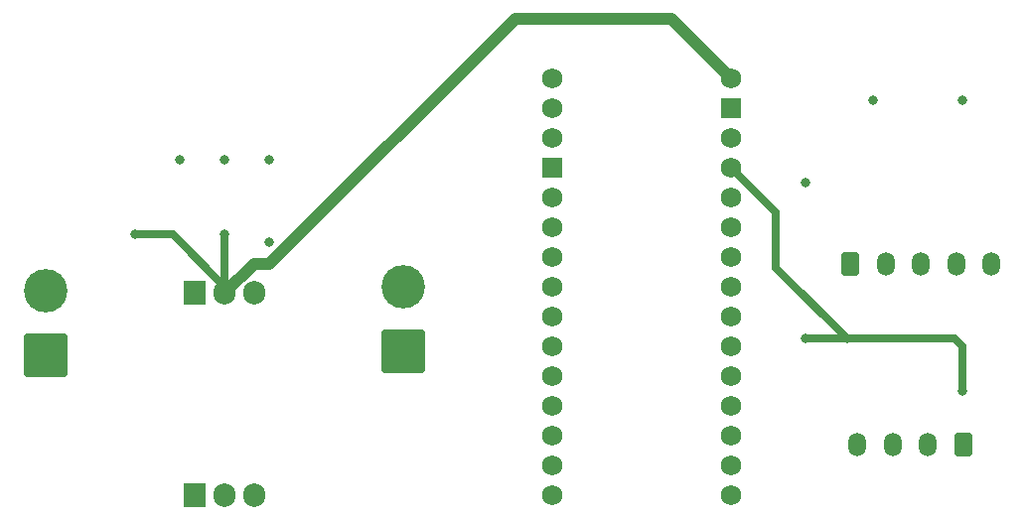
<source format=gbr>
%TF.GenerationSoftware,KiCad,Pcbnew,7.0.10*%
%TF.CreationDate,2024-02-15T22:12:48-05:00*%
%TF.ProjectId,heaterboard-2,68656174-6572-4626-9f61-72642d322e6b,2*%
%TF.SameCoordinates,Original*%
%TF.FileFunction,Copper,L4,Bot*%
%TF.FilePolarity,Positive*%
%FSLAX46Y46*%
G04 Gerber Fmt 4.6, Leading zero omitted, Abs format (unit mm)*
G04 Created by KiCad (PCBNEW 7.0.10) date 2024-02-15 22:12:48*
%MOMM*%
%LPD*%
G01*
G04 APERTURE LIST*
G04 Aperture macros list*
%AMRoundRect*
0 Rectangle with rounded corners*
0 $1 Rounding radius*
0 $2 $3 $4 $5 $6 $7 $8 $9 X,Y pos of 4 corners*
0 Add a 4 corners polygon primitive as box body*
4,1,4,$2,$3,$4,$5,$6,$7,$8,$9,$2,$3,0*
0 Add four circle primitives for the rounded corners*
1,1,$1+$1,$2,$3*
1,1,$1+$1,$4,$5*
1,1,$1+$1,$6,$7*
1,1,$1+$1,$8,$9*
0 Add four rect primitives between the rounded corners*
20,1,$1+$1,$2,$3,$4,$5,0*
20,1,$1+$1,$4,$5,$6,$7,0*
20,1,$1+$1,$6,$7,$8,$9,0*
20,1,$1+$1,$8,$9,$2,$3,0*%
G04 Aperture macros list end*
%TA.AperFunction,ComponentPad*%
%ADD10R,1.905000X2.000000*%
%TD*%
%TA.AperFunction,ComponentPad*%
%ADD11O,1.905000X2.000000*%
%TD*%
%TA.AperFunction,ComponentPad*%
%ADD12RoundRect,0.250002X1.599998X1.599998X-1.599998X1.599998X-1.599998X-1.599998X1.599998X-1.599998X0*%
%TD*%
%TA.AperFunction,ComponentPad*%
%ADD13C,3.700000*%
%TD*%
%TA.AperFunction,ComponentPad*%
%ADD14C,1.727200*%
%TD*%
%TA.AperFunction,ComponentPad*%
%ADD15R,1.727200X1.727200*%
%TD*%
%TA.AperFunction,ComponentPad*%
%ADD16RoundRect,0.250001X-0.499999X-0.759999X0.499999X-0.759999X0.499999X0.759999X-0.499999X0.759999X0*%
%TD*%
%TA.AperFunction,ComponentPad*%
%ADD17O,1.500000X2.020000*%
%TD*%
%TA.AperFunction,ComponentPad*%
%ADD18RoundRect,0.250001X0.499999X0.759999X-0.499999X0.759999X-0.499999X-0.759999X0.499999X-0.759999X0*%
%TD*%
%TA.AperFunction,ViaPad*%
%ADD19C,0.800000*%
%TD*%
%TA.AperFunction,Conductor*%
%ADD20C,0.635000*%
%TD*%
%TA.AperFunction,Conductor*%
%ADD21C,1.016000*%
%TD*%
G04 APERTURE END LIST*
D10*
%TO.P,Q1,1,G*%
%TO.N,/D9*%
X99060000Y-99060000D03*
D11*
%TO.P,Q1,2,D*%
%TO.N,Net-(J2-Pin_1)*%
X101600000Y-99060000D03*
%TO.P,Q1,3,S*%
%TO.N,GND*%
X104140000Y-99060000D03*
%TD*%
D12*
%TO.P,J1,1,Pin_1*%
%TO.N,GND*%
X86360000Y-87165000D03*
D13*
%TO.P,J1,2,Pin_2*%
%TO.N,+12V*%
X86360000Y-81665000D03*
%TD*%
D10*
%TO.P,U1,1,ADJ*%
%TO.N,Net-(U1-ADJ)*%
X99060000Y-81845000D03*
D11*
%TO.P,U1,2,VO*%
%TO.N,+9V*%
X101600000Y-81845000D03*
%TO.P,U1,3,VI*%
%TO.N,+12V*%
X104140000Y-81845000D03*
%TD*%
D14*
%TO.P,A1,3V3,3.3V*%
%TO.N,+3V3*%
X144780000Y-96520000D03*
%TO.P,A1,5V,5V*%
%TO.N,+5V*%
X144780000Y-71120000D03*
%TO.P,A1,A0,A0*%
%TO.N,/A0*%
X144780000Y-91440000D03*
%TO.P,A1,A1,A1*%
%TO.N,/A1*%
X144780000Y-88900000D03*
%TO.P,A1,A2,A2*%
%TO.N,/A2*%
X144780000Y-86360000D03*
%TO.P,A1,A3,A3*%
%TO.N,/A3*%
X144780000Y-83820000D03*
%TO.P,A1,A4,A4/SDA*%
%TO.N,/A4*%
X144780000Y-81280000D03*
%TO.P,A1,A5,A5/SCL*%
%TO.N,/A5*%
X144780000Y-78740000D03*
%TO.P,A1,A6,A6*%
%TO.N,/A6*%
X144780000Y-76200000D03*
%TO.P,A1,A7,A7*%
%TO.N,/A7*%
X144780000Y-73660000D03*
%TO.P,A1,AREF,AREF*%
%TO.N,/AREF*%
X144780000Y-93980000D03*
%TO.P,A1,D0,D0/RX*%
%TO.N,/D0*%
X129540000Y-66040000D03*
%TO.P,A1,D1,D1/TX*%
%TO.N,/D1*%
X129540000Y-63500000D03*
%TO.P,A1,D2,D2_INT0*%
%TO.N,/D2*%
X129540000Y-73660000D03*
%TO.P,A1,D3,D3_INT1*%
%TO.N,/D3*%
X129540000Y-76200000D03*
%TO.P,A1,D4,D4*%
%TO.N,/D4*%
X129540000Y-78740000D03*
%TO.P,A1,D5,D5*%
%TO.N,/D5*%
X129540000Y-81280000D03*
%TO.P,A1,D6,D6*%
%TO.N,/D6*%
X129540000Y-83820000D03*
%TO.P,A1,D7,D7*%
%TO.N,/D7*%
X129540000Y-86360000D03*
%TO.P,A1,D8,D8*%
%TO.N,/D8*%
X129540000Y-88900000D03*
%TO.P,A1,D9,D9*%
%TO.N,/D9*%
X129540000Y-91440000D03*
%TO.P,A1,D10,D10*%
%TO.N,/D10*%
X129540000Y-93980000D03*
%TO.P,A1,D11,D11_MOSI*%
%TO.N,/D11*%
X129540000Y-96520000D03*
%TO.P,A1,D12,D12_MISO*%
%TO.N,/D12*%
X129540000Y-99060000D03*
%TO.P,A1,D13,D13_SCK*%
%TO.N,/D13*%
X144780000Y-99060000D03*
D15*
%TO.P,A1,GND1,GND*%
%TO.N,GND*%
X129540000Y-71120000D03*
%TO.P,A1,GND2,GND*%
X144780000Y-66040000D03*
D14*
%TO.P,A1,RST1,RESET*%
%TO.N,unconnected-(A1-RESET-PadRST1)*%
X129540000Y-68580000D03*
%TO.P,A1,RST2,RESET*%
%TO.N,unconnected-(A1-RESET-PadRST2)*%
X144780000Y-68580000D03*
%TO.P,A1,VIN,VIN*%
%TO.N,+9V*%
X144780000Y-63500000D03*
%TD*%
D16*
%TO.P,J4,1,Pin_1*%
%TO.N,unconnected-(J4-Pin_1-Pad1)*%
X154940000Y-79375000D03*
D17*
%TO.P,J4,2,Pin_2*%
%TO.N,+12V*%
X157940000Y-79375000D03*
%TO.P,J4,3,Pin_3*%
%TO.N,Net-(J4-Pin_3)*%
X160940000Y-79375000D03*
%TO.P,J4,4,Pin_4*%
%TO.N,+12V*%
X163940000Y-79375000D03*
%TO.P,J4,5,Pin_5*%
%TO.N,GND*%
X166940000Y-79375000D03*
%TD*%
D12*
%TO.P,J2,1,Pin_1*%
%TO.N,Net-(J2-Pin_1)*%
X116840000Y-86780000D03*
D13*
%TO.P,J2,2,Pin_2*%
%TO.N,+12V*%
X116840000Y-81280000D03*
%TD*%
D18*
%TO.P,J3,1,Pin_1*%
%TO.N,+5V*%
X164520000Y-94740000D03*
D17*
%TO.P,J3,2,Pin_2*%
%TO.N,GND*%
X161520000Y-94740000D03*
%TO.P,J3,3,Pin_3*%
%TO.N,/A5*%
X158520000Y-94740000D03*
%TO.P,J3,4,Pin_4*%
%TO.N,/A4*%
X155520000Y-94740000D03*
%TD*%
D19*
%TO.N,GND*%
X164465000Y-65405000D03*
X105410000Y-70485000D03*
X101600000Y-70485000D03*
X156845000Y-65405000D03*
X97790000Y-70485000D03*
%TO.N,+9V*%
X93980000Y-76835000D03*
X101600000Y-76835000D03*
%TO.N,+12V*%
X105410000Y-77470000D03*
X151130000Y-72390000D03*
%TO.N,+5V*%
X164465000Y-90170000D03*
X154658322Y-85725000D03*
X154658322Y-85725000D03*
X151130000Y-85725000D03*
%TD*%
D20*
%TO.N,+9V*%
X97145500Y-76835000D02*
X93980000Y-76835000D01*
X101600000Y-76835000D02*
X101600000Y-81845000D01*
D21*
X105410000Y-79375000D02*
X104070000Y-79375000D01*
X144780000Y-63500000D02*
X139700000Y-58420000D01*
X126365000Y-58420000D02*
X105410000Y-79375000D01*
X139700000Y-58420000D02*
X126365000Y-58420000D01*
D20*
X101600000Y-81845000D02*
X101600000Y-81289500D01*
X101600000Y-81289500D02*
X97145500Y-76835000D01*
D21*
X104070000Y-79375000D02*
X101600000Y-81845000D01*
D20*
%TO.N,+5V*%
X151130000Y-85725000D02*
X154658322Y-85725000D01*
X154658322Y-85725000D02*
X148590000Y-79656678D01*
X148590000Y-79656678D02*
X148590000Y-74930000D01*
X164465000Y-86360000D02*
X163830000Y-85725000D01*
X148590000Y-74930000D02*
X144780000Y-71120000D01*
X164465000Y-90170000D02*
X164465000Y-86360000D01*
X163830000Y-85725000D02*
X154658322Y-85725000D01*
%TD*%
M02*

</source>
